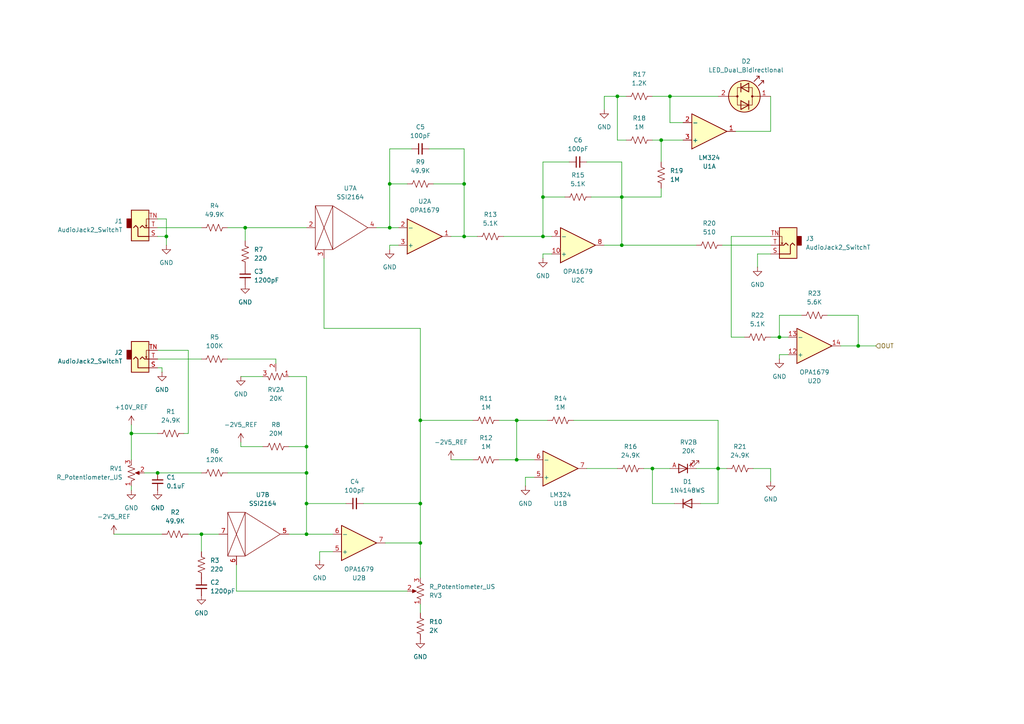
<source format=kicad_sch>
(kicad_sch (version 20231120) (generator "eeschema") (generator_version "8.0")
  (paper "A4")
  (lib_symbols
    (symbol "Amplifier_Operational:LM324" (pin_names (offset 0.127))
      (property "Reference" "U" (at 0 5.08 0))
      (property "Value" "LM324" (at 0 -5.08 0))
      (symbol "LM324_1_1"
        (polyline (pts (xy -5.08 5.08) (xy 5.08 0) (xy -5.08 -5.08) (xy -5.08 5.08)) (stroke (width 0.254)) (fill (type background)))
        (pin output line (at 7.62 0 180) (length 2.54) (name "~") (number "1"))
        (pin input line (at -7.62 -2.54 0) (length 2.54) (name "-") (number "2"))
        (pin input line (at -7.62 2.54 0) (length 2.54) (name "+") (number "3"))
      )
      (symbol "LM324_2_1"
        (polyline (pts (xy -5.08 5.08) (xy 5.08 0) (xy -5.08 -5.08) (xy -5.08 5.08)) (stroke (width 0.254)) (fill (type background)))
        (pin input line (at -7.62 2.54 0) (length 2.54) (name "+") (number "5"))
        (pin input line (at -7.62 -2.54 0) (length 2.54) (name "-") (number "6"))
        (pin output line (at 7.62 0 180) (length 2.54) (name "~") (number "7"))
      )
      (symbol "LM324_3_1"
        (polyline (pts (xy -5.08 5.08) (xy 5.08 0) (xy -5.08 -5.08) (xy -5.08 5.08)) (stroke (width 0.254)) (fill (type background)))
        (pin input line (at -7.62 2.54 0) (length 2.54) (name "+") (number "10"))
        (pin output line (at 7.62 0 180) (length 2.54) (name "~") (number "8"))
        (pin input line (at -7.62 -2.54 0) (length 2.54) (name "-") (number "9"))
      )
      (symbol "LM324_4_1"
        (polyline (pts (xy -5.08 5.08) (xy 5.08 0) (xy -5.08 -5.08) (xy -5.08 5.08)) (stroke (width 0.254)) (fill (type background)))
        (pin input line (at -7.62 2.54 0) (length 2.54) (name "+") (number "12"))
        (pin input line (at -7.62 -2.54 0) (length 2.54) (name "-") (number "13"))
        (pin output line (at 7.62 0 180) (length 2.54) (name "~") (number "14"))
      )
      (symbol "LM324_5_1"
        (pin power_in line (at -2.54 -7.62 90) (length 3.81) (name "V-") (number "11"))
        (pin power_in line (at -2.54 7.62 270) (length 3.81) (name "V+") (number "4"))
      )
    )
    (symbol "Amplifier_Operational:OPA1679" (pin_names (offset 0.127))
      (property "Reference" "U" (at 0 5.08 0))
      (property "Value" "OPA1679" (at 0 -5.08 0))
      (symbol "OPA1679_1_1"
        (polyline (pts (xy -5.08 5.08) (xy 5.08 0) (xy -5.08 -5.08) (xy -5.08 5.08)) (stroke (width 0.254)) (fill (type background)))
        (pin output line (at 7.62 0 180) (length 2.54) (name "~") (number "1"))
        (pin input line (at -7.62 -2.54 0) (length 2.54) (name "-") (number "2"))
        (pin input line (at -7.62 2.54 0) (length 2.54) (name "+") (number "3"))
      )
      (symbol "OPA1679_2_1"
        (polyline (pts (xy -5.08 5.08) (xy 5.08 0) (xy -5.08 -5.08) (xy -5.08 5.08)) (stroke (width 0.254)) (fill (type background)))
        (pin input line (at -7.62 2.54 0) (length 2.54) (name "+") (number "5"))
        (pin input line (at -7.62 -2.54 0) (length 2.54) (name "-") (number "6"))
        (pin output line (at 7.62 0 180) (length 2.54) (name "~") (number "7"))
      )
      (symbol "OPA1679_3_1"
        (polyline (pts (xy -5.08 5.08) (xy 5.08 0) (xy -5.08 -5.08) (xy -5.08 5.08)) (stroke (width 0.254)) (fill (type background)))
        (pin input line (at -7.62 2.54 0) (length 2.54) (name "+") (number "10"))
        (pin output line (at 7.62 0 180) (length 2.54) (name "~") (number "8"))
        (pin input line (at -7.62 -2.54 0) (length 2.54) (name "-") (number "9"))
      )
      (symbol "OPA1679_4_1"
        (polyline (pts (xy -5.08 5.08) (xy 5.08 0) (xy -5.08 -5.08) (xy -5.08 5.08)) (stroke (width 0.254)) (fill (type background)))
        (pin input line (at -7.62 2.54 0) (length 2.54) (name "+") (number "12"))
        (pin input line (at -7.62 -2.54 0) (length 2.54) (name "-") (number "13"))
        (pin output line (at 7.62 0 180) (length 2.54) (name "~") (number "14"))
      )
      (symbol "OPA1679_5_1"
        (pin power_in line (at -2.54 -7.62 90) (length 3.81) (name "V-") (number "11"))
        (pin power_in line (at -2.54 7.62 270) (length 3.81) (name "V+") (number "4"))
      )
    )
    (symbol "Connector_Audio:AudioJack2_SwitchT"
      (property "Reference" "J" (at 0 8.89 0))
      (property "Value" "AudioJack2_SwitchT" (at 0 6.35 0))
      (symbol "AudioJack2_SwitchT_0_1"
        (rectangle (start -2.54 0) (end -3.81 -2.54) (stroke (width 0.254)) (fill (type outline)))
        (polyline (pts (xy 1.778 -0.254) (xy 2.032 -0.762)))
        (polyline (pts (xy 0 0) (xy 0.635 -0.635) (xy 1.27 0) (xy 2.54 0)) (stroke (width 0.254)))
        (polyline (pts (xy 2.54 -2.54) (xy 1.778 -2.54) (xy 1.778 -0.254) (xy 1.524 -0.762)))
        (polyline (pts (xy 2.54 2.54) (xy -0.635 2.54) (xy -0.635 0) (xy -1.27 -0.635) (xy -1.905 0)) (stroke (width 0.254)))
        (rectangle (start 2.54 3.81) (end -2.54 -5.08) (stroke (width 0.254)) (fill (type background)))
      )
      (symbol "AudioJack2_SwitchT_1_1"
        (pin passive line (at 5.08 2.54 180) (length 2.54) (name "~") (number "S"))
        (pin passive line (at 5.08 0 180) (length 2.54) (name "~") (number "T"))
        (pin passive line (at 5.08 -2.54 180) (length 2.54) (name "~") (number "TN"))
      )
    )
    (symbol "Device:C_Small" (pin_numbers hide) (pin_names (offset 0.254) hide)
      (property "Reference" "C" (at 0.254 1.778 0))
      (property "Value" "C_Small" (at 0.254 -2.032 0))
      (symbol "C_Small_0_1"
        (polyline (pts (xy -1.524 -0.508) (xy 1.524 -0.508)) (stroke (width 0.3302)))
        (polyline (pts (xy -1.524 0.508) (xy 1.524 0.508)) (stroke (width 0.3048)))
      )
      (symbol "C_Small_1_1"
        (pin passive line (at 0 2.54 270) (length 2.032) (name "~") (number "1"))
        (pin passive line (at 0 -2.54 90) (length 2.032) (name "~") (number "2"))
      )
    )
    (symbol "Device:LED_Dual_Bidirectional" (pin_names (offset 0) hide)
      (property "Reference" "D" (at 0 5.715 0))
      (property "Value" "LED_Dual_Bidirectional" (at 0 -6.35 0))
      (symbol "LED_Dual_Bidirectional_0_1"
        (circle (center -2.032 0) (radius 0.254) (fill (type outline)))
        (polyline (pts (xy -4.572 0) (xy -2.54 0)))
        (polyline (pts (xy -2.032 0) (xy -2.54 0)))
        (polyline (pts (xy -1.016 3.81) (xy -1.016 1.27)) (stroke (width 0.254)))
        (polyline (pts (xy 1.27 -1.27) (xy 1.27 -3.81)) (stroke (width 0.254)))
        (polyline (pts (xy 4.064 0) (xy 2.286 0)) (fill (type outline)))
        (polyline (pts (xy 4.318 5.842) (xy 4.318 5.08)) (stroke (width 0.2032)))
        (polyline (pts (xy 5.588 4.572) (xy 5.588 3.81)) (stroke (width 0.2032)))
        (polyline (pts (xy 2.794 4.318) (xy 4.318 5.842) (xy 3.556 5.842)) (stroke (width 0.2032)))
        (polyline (pts (xy 4.064 3.048) (xy 5.588 4.572) (xy 4.826 4.572)) (stroke (width 0.2032)))
        (polyline (pts (xy -1.016 -1.27) (xy -1.016 -3.81) (xy 1.27 -2.54) (xy -1.016 -1.27)) (stroke (width 0.254)))
        (polyline (pts (xy 1.27 3.81) (xy 1.27 1.27) (xy -1.016 2.54) (xy 1.27 3.81)) (stroke (width 0.254)))
        (polyline (pts (xy 2.286 2.54) (xy -2.032 2.54) (xy -2.032 -2.54) (xy 2.286 -2.54) (xy 2.286 2.54)))
        (circle (center 0 0) (radius 4.572) (stroke (width 0.254)) (fill (type background)))
        (circle (center 2.286 0) (radius 0.254) (fill (type outline)))
      )
      (symbol "LED_Dual_Bidirectional_1_1"
        (pin input line (at 7.62 0 180) (length 3.81) (name "KA") (number "1"))
        (pin input line (at -7.62 0 0) (length 3.048) (name "AK") (number "2"))
      )
    )
    (symbol "Device:R_Potentiometer_US" (pin_names (offset 1.016) hide)
      (property "Reference" "RV" (at -4.445 0 90))
      (property "Value" "R_Potentiometer_US" (at -2.54 0 90))
      (symbol "R_Potentiometer_US_0_1"
        (polyline (pts (xy 0 -2.286) (xy 0 -2.54)))
        (polyline (pts (xy 0 2.54) (xy 0 2.286)))
        (polyline (pts (xy 2.54 0) (xy 1.524 0)))
        (polyline (pts (xy 1.143 0) (xy 2.286 0.508) (xy 2.286 -0.508) (xy 1.143 0)) (fill (type outline)))
        (polyline (pts (xy 0 -0.762) (xy 1.016 -1.143) (xy 0 -1.524) (xy -1.016 -1.905) (xy 0 -2.286)))
        (polyline (pts (xy 0 0.762) (xy 1.016 0.381) (xy 0 0) (xy -1.016 -0.381) (xy 0 -0.762)))
        (polyline (pts (xy 0 2.286) (xy 1.016 1.905) (xy 0 1.524) (xy -1.016 1.143) (xy 0 0.762)))
      )
      (symbol "R_Potentiometer_US_1_1"
        (pin passive line (at 0 3.81 270) (length 1.27) (name "1") (number "1"))
        (pin passive line (at 3.81 0 180) (length 1.27) (name "2") (number "2"))
        (pin passive line (at 0 -3.81 90) (length 1.27) (name "3") (number "3"))
      )
    )
    (symbol "Device:R_US" (pin_numbers hide) (pin_names (offset 0))
      (property "Reference" "R" (at 2.54 0 90))
      (property "Value" "R_US" (at -2.54 0 90))
      (symbol "R_US_0_1"
        (polyline (pts (xy 0 -2.286) (xy 0 -2.54)))
        (polyline (pts (xy 0 2.286) (xy 0 2.54)))
        (polyline (pts (xy 0 -0.762) (xy 1.016 -1.143) (xy 0 -1.524) (xy -1.016 -1.905) (xy 0 -2.286)))
        (polyline (pts (xy 0 0.762) (xy 1.016 0.381) (xy 0 0) (xy -1.016 -0.381) (xy 0 -0.762)))
        (polyline (pts (xy 0 2.286) (xy 1.016 1.905) (xy 0 1.524) (xy -1.016 1.143) (xy 0 0.762)))
      )
      (symbol "R_US_1_1"
        (pin passive line (at 0 3.81 270) (length 1.27) (name "~") (number "1"))
        (pin passive line (at 0 -3.81 90) (length 1.27) (name "~") (number "2"))
      )
    )
    (symbol "Diode:1N4148WS" (pin_numbers hide) (pin_names hide)
      (property "Reference" "D" (at 0 2.54 0))
      (property "Value" "1N4148WS" (at 0 -2.54 0))
      (symbol "1N4148WS_0_1"
        (polyline (pts (xy -1.27 1.27) (xy -1.27 -1.27)) (stroke (width 0.254)))
        (polyline (pts (xy 1.27 0) (xy -1.27 0)))
        (polyline (pts (xy 1.27 1.27) (xy 1.27 -1.27) (xy -1.27 0) (xy 1.27 1.27)) (stroke (width 0.254)))
      )
      (symbol "1N4148WS_1_1"
        (pin passive line (at -3.81 0 0) (length 2.54) (name "K") (number "1"))
        (pin passive line (at 3.81 0 180) (length 2.54) (name "A") (number "2"))
      )
    )
    (symbol "PS30L-R01BR20KN_1" (pin_names (offset 0) hide)
      (property "Reference" "RV" (at 0.254 -3.81 0))
      (property "Value" "20K" (at 0.508 -5.588 0))
      (symbol "PS30L-R01BR20KN_1_1_1"
        (polyline (pts (xy 0 -6.096) (xy 0 -6.35)))
        (polyline (pts (xy 0 -1.27) (xy 0 -1.524)))
        (polyline (pts (xy 2.54 -3.81) (xy 1.524 -3.81)))
        (polyline (pts (xy 0 -4.572) (xy 1.016 -4.953) (xy 0 -5.334) (xy -1.016 -5.715) (xy 0 -6.096)))
        (polyline (pts (xy 0 -3.048) (xy 1.016 -3.429) (xy 0 -3.81) (xy -1.016 -4.191) (xy 0 -4.572)))
        (polyline (pts (xy 0 -1.524) (xy 1.016 -1.905) (xy 0 -2.286) (xy -1.016 -2.667) (xy 0 -3.048)))
        (pin passive line (at 0 0 270) (length 1.27) (name "1") (number "1"))
        (pin passive line (at 3.81 -3.81 180) (length 1.27) (name "2") (number "2"))
        (pin passive line (at 0 -7.62 90) (length 1.27) (name "3") (number "3"))
      )
      (symbol "PS30L-R01BR20KN_1_2_1"
        (polyline (pts (xy 0 -1.27) (xy 0 1.27)) (stroke (width 0.254)))
        (polyline (pts (xy 0 0) (xy 2.54 0)))
        (polyline (pts (xy 2.54 -1.27) (xy 2.54 1.27) (xy 0 0) (xy 2.54 -1.27)) (stroke (width 0.254)))
        (polyline (pts (xy -1.778 -0.762) (xy -3.302 -2.286) (xy -2.54 -2.286) (xy -3.302 -2.286) (xy -3.302 -1.524)))
        (polyline (pts (xy -0.508 -0.762) (xy -2.032 -2.286) (xy -1.27 -2.286) (xy -2.032 -2.286) (xy -2.032 -1.524)))
        (pin passive line (at 5.08 0 180) (length 2.54) (name "A") (number "A"))
        (pin passive line (at -2.54 0 0) (length 2.54) (name "K") (number "K"))
      )
    )
    (symbol "SSI2164_1" (pin_names (offset 0) hide)
      (property "Reference" "U" (at 1.016 1.27 0))
      (property "Value" "SSI2164" (at 0 0 0))
      (symbol "SSI2164_1_1_1"
        (polyline (pts (xy 0 0) (xy 0 -12.7) (xy 5.08 -12.7) (xy 5.08 0) (xy 0 0) (xy 5.08 0) (xy 15.24 -6.35) (xy 5.08 -12.7) (xy 0 0) (xy 5.08 0) (xy 0 -12.7)))
        (pin input line (at -2.54 -6.35 0) (length 2.54) (name "INA") (number "2"))
        (pin input line (at 2.54 -15.24 90) (length 2.54) (name "CVA") (number "3"))
        (pin output line (at 17.78 -6.35 180) (length 2.54) (name "OUTA") (number "4"))
      )
      (symbol "SSI2164_1_1_2"
        (pin input line (at -2.54 -7.62 0) (length 2.54) (name "INA") (number "2"))
        (pin input line (at 3.81 -17.78 90) (length 2.54) (name "CVA") (number "3"))
        (pin output line (at 22.86 -7.62 180) (length 2.54) (name "OUTA") (number "4"))
      )
      (symbol "SSI2164_1_2_1"
        (polyline (pts (xy 0 0) (xy 0 -12.7) (xy 5.08 -12.7) (xy 5.08 0) (xy 0 0) (xy 5.08 0) (xy 15.24 -6.35) (xy 5.08 -12.7) (xy 0 0) (xy 5.08 0) (xy 0 -12.7)))
        (pin output line (at 17.78 -6.35 180) (length 2.54) (name "OUTB") (number "5"))
        (pin input line (at 2.54 -15.24 90) (length 2.54) (name "CVB") (number "6"))
        (pin input line (at -2.54 -6.35 0) (length 2.54) (name "INB") (number "7"))
      )
      (symbol "SSI2164_1_2_2"
        (pin output line (at 22.86 -7.62 180) (length 2.54) (name "OUTB") (number "5"))
        (pin input line (at 3.81 -17.78 90) (length 2.54) (name "CVB") (number "6"))
        (pin input line (at -2.54 -7.62 0) (length 2.54) (name "INB") (number "7"))
      )
      (symbol "SSI2164_1_3_1"
        (polyline (pts (xy 0 0) (xy 0 -12.7) (xy 5.08 -12.7) (xy 5.08 0) (xy 0 0) (xy 5.08 0) (xy 15.24 -6.35) (xy 5.08 -12.7) (xy 0 0) (xy 5.08 0) (xy 0 -12.7)))
        (pin input line (at -2.54 -6.35 0) (length 2.54) (name "INC") (number "10"))
        (pin input line (at 2.54 -15.24 90) (length 2.54) (name "CVC") (number "11"))
        (pin output line (at 17.78 -6.35 180) (length 2.54) (name "OUTC") (number "12"))
      )
      (symbol "SSI2164_1_3_2"
        (pin input line (at -2.54 -7.62 0) (length 2.54) (name "INC") (number "10"))
        (pin input line (at 3.81 -17.78 90) (length 2.54) (name "CVC") (number "11"))
        (pin output line (at 22.86 -7.62 180) (length 2.54) (name "OUTC") (number "12"))
      )
      (symbol "SSI2164_1_4_1"
        (polyline (pts (xy 0 0) (xy 0 -12.7) (xy 5.08 -12.7) (xy 5.08 0) (xy 0 0) (xy 5.08 0) (xy 15.24 -6.35) (xy 5.08 -12.7) (xy 0 0) (xy 5.08 0) (xy 0 -12.7)))
        (pin output line (at 17.78 -6.35 180) (length 2.54) (name "OUTD") (number "13"))
        (pin input line (at 2.54 -15.24 90) (length 2.54) (name "CVD") (number "14"))
        (pin input line (at -2.54 -6.35 0) (length 2.54) (name "IND") (number "15"))
      )
      (symbol "SSI2164_1_4_2"
        (pin output line (at 22.86 -7.62 180) (length 2.54) (name "OUTD") (number "13"))
        (pin input line (at 3.81 -17.78 90) (length 2.54) (name "CVD") (number "14"))
        (pin input line (at -2.54 -7.62 0) (length 2.54) (name "IND") (number "15"))
      )
      (symbol "SSI2164_1_5_1"
        (rectangle (start 0 0) (end 7.62 -12.7))
        (text "GND\n" (at 4.826 -8.89 0) (effects (font (size 1.27 1.27))))
        (text "MODE\n" (at 4.318 -3.81 0) (effects (font (size 1.27 1.27))))
        (text "V+" (at 3.81 -1.524 0) (effects (font (size 1.27 1.27))))
        (text "V-\n" (at 3.81 -11.684 0) (effects (font (size 1.27 1.27))))
        (pin input line (at 10.16 -3.81 180) (length 2.54) (name "MODE") (number "1"))
        (pin power_in line (at 3.81 2.54 270) (length 2.54) (name "V+") (number "16"))
        (pin power_in line (at 10.16 -8.89 180) (length 2.54) (name "GND") (number "8"))
        (pin power_in line (at 3.81 -15.24 90) (length 2.54) (name "V-") (number "9"))
      )
      (symbol "SSI2164_1_5_2"
        (pin input line (at 10.16 -3.81 180) (length 2.54) (name "MODE") (number "1"))
        (pin power_in line (at 3.81 2.54 270) (length 2.54) (name "V+") (number "16"))
        (pin power_in line (at 10.16 -8.89 180) (length 2.54) (name "GND") (number "8"))
        (pin power_in line (at 3.81 -15.24 90) (length 2.54) (name "V-") (number "9"))
      )
    )
    (symbol "Synthesizer:SSI2164" (pin_names (offset 0) hide)
      (property "Reference" "U" (at 1.016 1.27 0))
      (property "Value" "SSI2164" (at 0 0 0))
      (symbol "SSI2164_1_1"
        (polyline (pts (xy 0 0) (xy 0 -12.7) (xy 5.08 -12.7) (xy 5.08 0) (xy 0 0) (xy 5.08 0) (xy 15.24 -6.35) (xy 5.08 -12.7) (xy 0 0) (xy 5.08 0) (xy 0 -12.7)))
        (pin input line (at -2.54 -6.35 0) (length 2.54) (name "INA") (number "2"))
        (pin input line (at 2.54 -15.24 90) (length 2.54) (name "CVA") (number "3"))
        (pin output line (at 17.78 -6.35 180) (length 2.54) (name "OUTA") (number "4"))
      )
      (symbol "SSI2164_1_2"
        (pin input line (at -2.54 -7.62 0) (length 2.54) (name "INA") (number "2"))
        (pin input line (at 3.81 -17.78 90) (length 2.54) (name "CVA") (number "3"))
        (pin output line (at 22.86 -7.62 180) (length 2.54) (name "OUTA") (number "4"))
      )
      (symbol "SSI2164_2_1"
        (polyline (pts (xy 0 0) (xy 0 -12.7) (xy 5.08 -12.7) (xy 5.08 0) (xy 0 0) (xy 5.08 0) (xy 15.24 -6.35) (xy 5.08 -12.7) (xy 0 0) (xy 5.08 0) (xy 0 -12.7)))
        (pin output line (at 17.78 -6.35 180) (length 2.54) (name "OUTB") (number "5"))
        (pin input line (at 2.54 -15.24 90) (length 2.54) (name "CVB") (number "6"))
        (pin input line (at -2.54 -6.35 0) (length 2.54) (name "INB") (number "7"))
      )
      (symbol "SSI2164_2_2"
        (pin output line (at 22.86 -7.62 180) (length 2.54) (name "OUTB") (number "5"))
        (pin input line (at 3.81 -17.78 90) (length 2.54) (name "CVB") (number "6"))
        (pin input line (at -2.54 -7.62 0) (length 2.54) (name "INB") (number "7"))
      )
      (symbol "SSI2164_3_1"
        (polyline (pts (xy 0 0) (xy 0 -12.7) (xy 5.08 -12.7) (xy 5.08 0) (xy 0 0) (xy 5.08 0) (xy 15.24 -6.35) (xy 5.08 -12.7) (xy 0 0) (xy 5.08 0) (xy 0 -12.7)))
        (pin input line (at -2.54 -6.35 0) (length 2.54) (name "INC") (number "10"))
        (pin input line (at 2.54 -15.24 90) (length 2.54) (name "CVC") (number "11"))
        (pin output line (at 17.78 -6.35 180) (length 2.54) (name "OUTC") (number "12"))
      )
      (symbol "SSI2164_3_2"
        (pin input line (at -2.54 -7.62 0) (length 2.54) (name "INC") (number "10"))
        (pin input line (at 3.81 -17.78 90) (length 2.54) (name "CVC") (number "11"))
        (pin output line (at 22.86 -7.62 180) (length 2.54) (name "OUTC") (number "12"))
      )
      (symbol "SSI2164_4_1"
        (polyline (pts (xy 0 0) (xy 0 -12.7) (xy 5.08 -12.7) (xy 5.08 0) (xy 0 0) (xy 5.08 0) (xy 15.24 -6.35) (xy 5.08 -12.7) (xy 0 0) (xy 5.08 0) (xy 0 -12.7)))
        (pin output line (at 17.78 -6.35 180) (length 2.54) (name "OUTD") (number "13"))
        (pin input line (at 2.54 -15.24 90) (length 2.54) (name "CVD") (number "14"))
        (pin input line (at -2.54 -6.35 0) (length 2.54) (name "IND") (number "15"))
      )
      (symbol "SSI2164_4_2"
        (pin output line (at 22.86 -7.62 180) (length 2.54) (name "OUTD") (number "13"))
        (pin input line (at 3.81 -17.78 90) (length 2.54) (name "CVD") (number "14"))
        (pin input line (at -2.54 -7.62 0) (length 2.54) (name "IND") (number "15"))
      )
      (symbol "SSI2164_5_1"
        (rectangle (start 0 0) (end 7.62 -12.7))
        (text "GND\n" (at 4.826 -8.89 0) (effects (font (size 1.27 1.27))))
        (text "MODE\n" (at 4.318 -3.81 0) (effects (font (size 1.27 1.27))))
        (text "V+" (at 3.81 -1.524 0) (effects (font (size 1.27 1.27))))
        (text "V-\n" (at 3.81 -11.684 0) (effects (font (size 1.27 1.27))))
        (pin input line (at 10.16 -3.81 180) (length 2.54) (name "MODE") (number "1"))
        (pin power_in line (at 3.81 2.54 270) (length 2.54) (name "V+") (number "16"))
        (pin power_in line (at 10.16 -8.89 180) (length 2.54) (name "GND") (number "8"))
        (pin power_in line (at 3.81 -15.24 90) (length 2.54) (name "V-") (number "9"))
      )
      (symbol "SSI2164_5_2"
        (pin input line (at 10.16 -3.81 180) (length 2.54) (name "MODE") (number "1"))
        (pin power_in line (at 3.81 2.54 270) (length 2.54) (name "V+") (number "16"))
        (pin power_in line (at 10.16 -8.89 180) (length 2.54) (name "GND") (number "8"))
        (pin power_in line (at 3.81 -15.24 90) (length 2.54) (name "V-") (number "9"))
      )
    )
    (symbol "power:+10V" (power) (pin_numbers hide) (pin_names (offset 0) hide)
      (property "Value" "+10V" (at 0 3.556 0))
      (symbol "+10V_0_1"
        (polyline (pts (xy -0.762 1.27) (xy 0 2.54)))
        (polyline (pts (xy 0 0) (xy 0 2.54)))
        (polyline (pts (xy 0 2.54) (xy 0.762 1.27)))
      )
      (symbol "+10V_1_1"
        (pin power_in line (at 0 0 90) (length 0) (name "~") (number "1"))
      )
    )
    (symbol "power:+2V5" (power) (pin_numbers hide) (pin_names (offset 0) hide)
      (property "Value" "+2V5" (at 0 3.556 0))
      (symbol "+2V5_0_1"
        (polyline (pts (xy -0.762 1.27) (xy 0 2.54)))
        (polyline (pts (xy 0 0) (xy 0 2.54)))
        (polyline (pts (xy 0 2.54) (xy 0.762 1.27)))
      )
      (symbol "+2V5_1_1"
        (pin power_in line (at 0 0 90) (length 0) (name "~") (number "1"))
      )
    )
    (symbol "power:GND" (power) (pin_numbers hide) (pin_names (offset 0) hide)
      (property "Value" "GND" (at 0 -3.81 0))
      (symbol "GND_0_1"
        (polyline (pts (xy 0 0) (xy 0 -1.27) (xy 1.27 -1.27) (xy 0 -2.54) (xy -1.27 -1.27) (xy 0 -1.27)))
      )
      (symbol "GND_1_1"
        (pin power_in line (at 0 0 270) (length 0) (name "~") (number "1"))
      )
    )
  )
  (junction (at 208.28 135.89))
  (junction (at 113.03 53.34))
  (junction (at 149.86 121.92))
  (junction (at 134.62 53.34))
  (junction (at 149.86 133.35))
  (junction (at 180.34 71.12))
  (junction (at 121.92 146.05))
  (junction (at 121.92 157.48))
  (junction (at 180.34 57.15))
  (junction (at 179.07 27.94))
  (junction (at 191.77 40.64))
  (junction (at 248.92 100.33))
  (junction (at 194.31 27.94))
  (junction (at 71.12 66.04))
  (junction (at 88.9 146.05))
  (junction (at 88.9 137.16))
  (junction (at 88.9 129.54))
  (junction (at 157.48 68.58))
  (junction (at 58.42 154.94))
  (junction (at 134.62 68.58))
  (junction (at 113.03 66.04))
  (junction (at 45.72 137.16))
  (junction (at 189.23 135.89))
  (junction (at 121.92 121.92))
  (junction (at 88.9 154.94))
  (junction (at 226.06 97.79))
  (junction (at 38.1 125.73))
  (junction (at 157.48 57.15))
  (junction (at 48.26 68.58))
  (wire (pts (xy 66.04 137.16) (xy 88.9 137.16)))
  (wire (pts (xy 171.45 57.15) (xy 180.34 57.15)))
  (wire (pts (xy 189.23 27.94) (xy 194.31 27.94)))
  (wire (pts (xy 134.62 68.58) (xy 130.81 68.58)))
  (wire (pts (xy 88.9 129.54) (xy 88.9 137.16)))
  (wire (pts (xy 218.44 135.89) (xy 223.52 135.89)))
  (wire (pts (xy 175.26 31.75) (xy 175.26 27.94)))
  (wire (pts (xy 68.58 171.45) (xy 68.58 163.83)))
  (wire (pts (xy 38.1 140.97) (xy 38.1 142.24)))
  (wire (pts (xy 121.92 167.64) (xy 121.92 157.48)))
  (wire (pts (xy 45.72 137.16) (xy 58.42 137.16)))
  (wire (pts (xy 189.23 40.64) (xy 191.77 40.64)))
  (wire (pts (xy 208.28 121.92) (xy 208.28 135.89)))
  (wire (pts (xy 88.9 146.05) (xy 88.9 154.94)))
  (wire (pts (xy 144.78 133.35) (xy 149.86 133.35)))
  (wire (pts (xy 111.76 157.48) (xy 121.92 157.48)))
  (wire (pts (xy 248.92 100.33) (xy 243.84 100.33)))
  (wire (pts (xy 88.9 109.22) (xy 88.9 129.54)))
  (wire (pts (xy 191.77 40.64) (xy 198.12 40.64)))
  (wire (pts (xy 212.09 97.79) (xy 212.09 68.58)))
  (wire (pts (xy 105.41 146.05) (xy 121.92 146.05)))
  (wire (pts (xy 194.31 35.56) (xy 198.12 35.56)))
  (wire (pts (xy 201.93 135.89) (xy 208.28 135.89)))
  (wire (pts (xy 137.16 121.92) (xy 121.92 121.92)))
  (wire (pts (xy 45.72 106.68) (xy 46.99 106.68)))
  (wire (pts (xy 88.9 154.94) (xy 96.52 154.94)))
  (wire (pts (xy 146.05 68.58) (xy 157.48 68.58)))
  (wire (pts (xy 119.38 43.18) (xy 113.03 43.18)))
  (wire (pts (xy 226.06 91.44) (xy 226.06 97.79)))
  (wire (pts (xy 58.42 154.94) (xy 63.5 154.94)))
  (wire (pts (xy 71.12 69.85) (xy 71.12 66.04)))
  (wire (pts (xy 179.07 27.94) (xy 179.07 40.64)))
  (wire (pts (xy 92.71 160.02) (xy 92.71 162.56)))
  (wire (pts (xy 71.12 66.04) (xy 66.04 66.04)))
  (wire (pts (xy 223.52 97.79) (xy 226.06 97.79)))
  (wire (pts (xy 33.02 154.94) (xy 46.99 154.94)))
  (wire (pts (xy 54.61 154.94) (xy 58.42 154.94)))
  (wire (pts (xy 186.69 135.89) (xy 189.23 135.89)))
  (wire (pts (xy 208.28 146.05) (xy 208.28 135.89)))
  (wire (pts (xy 69.85 129.54) (xy 69.85 128.27)))
  (wire (pts (xy 219.71 73.66) (xy 219.71 77.47)))
  (wire (pts (xy 41.91 137.16) (xy 45.72 137.16)))
  (wire (pts (xy 203.2 146.05) (xy 208.28 146.05)))
  (wire (pts (xy 165.1 46.99) (xy 157.48 46.99)))
  (wire (pts (xy 121.92 175.26) (xy 121.92 177.8)))
  (wire (pts (xy 160.02 73.66) (xy 157.48 73.66)))
  (wire (pts (xy 180.34 71.12) (xy 201.93 71.12)))
  (wire (pts (xy 248.92 91.44) (xy 248.92 100.33)))
  (wire (pts (xy 53.34 125.73) (xy 54.61 125.73)))
  (wire (pts (xy 96.52 160.02) (xy 92.71 160.02)))
  (wire (pts (xy 166.37 121.92) (xy 208.28 121.92)))
  (wire (pts (xy 109.22 66.04) (xy 113.03 66.04)))
  (wire (pts (xy 212.09 68.58) (xy 223.52 68.58)))
  (wire (pts (xy 170.18 46.99) (xy 180.34 46.99)))
  (wire (pts (xy 240.03 91.44) (xy 248.92 91.44)))
  (wire (pts (xy 191.77 57.15) (xy 180.34 57.15)))
  (wire (pts (xy 45.72 104.14) (xy 58.42 104.14)))
  (wire (pts (xy 93.98 74.93) (xy 93.98 95.25)))
  (wire (pts (xy 45.72 66.04) (xy 58.42 66.04)))
  (wire (pts (xy 134.62 43.18) (xy 134.62 53.34)))
  (wire (pts (xy 149.86 121.92) (xy 149.86 133.35)))
  (wire (pts (xy 80.01 104.14) (xy 80.01 105.41)))
  (wire (pts (xy 113.03 43.18) (xy 113.03 53.34)))
  (wire (pts (xy 76.2 129.54) (xy 69.85 129.54)))
  (wire (pts (xy 113.03 53.34) (xy 113.03 66.04)))
  (wire (pts (xy 54.61 101.6) (xy 45.72 101.6)))
  (wire (pts (xy 71.12 66.04) (xy 88.9 66.04)))
  (wire (pts (xy 208.28 27.94) (xy 194.31 27.94)))
  (wire (pts (xy 69.85 109.22) (xy 76.2 109.22)))
  (wire (pts (xy 54.61 125.73) (xy 54.61 101.6)))
  (wire (pts (xy 83.82 129.54) (xy 88.9 129.54)))
  (wire (pts (xy 232.41 91.44) (xy 226.06 91.44)))
  (wire (pts (xy 83.82 109.22) (xy 88.9 109.22)))
  (wire (pts (xy 157.48 46.99) (xy 157.48 57.15)))
  (wire (pts (xy 66.04 104.14) (xy 80.01 104.14)))
  (wire (pts (xy 88.9 146.05) (xy 100.33 146.05)))
  (wire (pts (xy 223.52 38.1) (xy 223.52 27.94)))
  (wire (pts (xy 194.31 27.94) (xy 194.31 35.56)))
  (wire (pts (xy 191.77 54.61) (xy 191.77 57.15)))
  (wire (pts (xy 88.9 154.94) (xy 83.82 154.94)))
  (wire (pts (xy 118.11 171.45) (xy 68.58 171.45)))
  (wire (pts (xy 213.36 38.1) (xy 223.52 38.1)))
  (wire (pts (xy 228.6 102.87) (xy 226.06 102.87)))
  (wire (pts (xy 115.57 71.12) (xy 113.03 71.12)))
  (wire (pts (xy 88.9 137.16) (xy 88.9 146.05)))
  (wire (pts (xy 157.48 73.66) (xy 157.48 74.93)))
  (wire (pts (xy 38.1 123.19) (xy 38.1 125.73)))
  (wire (pts (xy 58.42 154.94) (xy 58.42 160.02)))
  (wire (pts (xy 163.83 57.15) (xy 157.48 57.15)))
  (wire (pts (xy 180.34 71.12) (xy 175.26 71.12)))
  (wire (pts (xy 93.98 95.25) (xy 121.92 95.25)))
  (wire (pts (xy 152.4 138.43) (xy 152.4 140.97)))
  (wire (pts (xy 223.52 135.89) (xy 223.52 139.7)))
  (wire (pts (xy 157.48 68.58) (xy 160.02 68.58)))
  (wire (pts (xy 191.77 40.64) (xy 191.77 46.99)))
  (wire (pts (xy 254 100.33) (xy 248.92 100.33)))
  (wire (pts (xy 144.78 121.92) (xy 149.86 121.92)))
  (wire (pts (xy 48.26 71.12) (xy 48.26 68.58)))
  (wire (pts (xy 181.61 27.94) (xy 179.07 27.94)))
  (wire (pts (xy 226.06 102.87) (xy 226.06 104.14)))
  (wire (pts (xy 118.11 53.34) (xy 113.03 53.34)))
  (wire (pts (xy 113.03 71.12) (xy 113.03 72.39)))
  (wire (pts (xy 48.26 63.5) (xy 48.26 68.58)))
  (wire (pts (xy 209.55 71.12) (xy 223.52 71.12)))
  (wire (pts (xy 223.52 73.66) (xy 219.71 73.66)))
  (wire (pts (xy 45.72 63.5) (xy 48.26 63.5)))
  (wire (pts (xy 175.26 27.94) (xy 179.07 27.94)))
  (wire (pts (xy 226.06 97.79) (xy 228.6 97.79)))
  (wire (pts (xy 38.1 125.73) (xy 45.72 125.73)))
  (wire (pts (xy 134.62 53.34) (xy 134.62 68.58)))
  (wire (pts (xy 170.18 135.89) (xy 179.07 135.89)))
  (wire (pts (xy 121.92 121.92) (xy 121.92 146.05)))
  (wire (pts (xy 46.99 106.68) (xy 46.99 107.95)))
  (wire (pts (xy 157.48 57.15) (xy 157.48 68.58)))
  (wire (pts (xy 189.23 146.05) (xy 189.23 135.89)))
  (wire (pts (xy 125.73 53.34) (xy 134.62 53.34)))
  (wire (pts (xy 130.81 133.35) (xy 137.16 133.35)))
  (wire (pts (xy 149.86 133.35) (xy 154.94 133.35)))
  (wire (pts (xy 149.86 121.92) (xy 158.75 121.92)))
  (wire (pts (xy 121.92 146.05) (xy 121.92 157.48)))
  (wire (pts (xy 113.03 66.04) (xy 115.57 66.04)))
  (wire (pts (xy 180.34 57.15) (xy 180.34 71.12)))
  (wire (pts (xy 189.23 135.89) (xy 194.31 135.89)))
  (wire (pts (xy 121.92 95.25) (xy 121.92 121.92)))
  (wire (pts (xy 38.1 125.73) (xy 38.1 133.35)))
  (wire (pts (xy 124.46 43.18) (xy 134.62 43.18)))
  (wire (pts (xy 134.62 68.58) (xy 138.43 68.58)))
  (wire (pts (xy 179.07 40.64) (xy 181.61 40.64)))
  (wire (pts (xy 154.94 138.43) (xy 152.4 138.43)))
  (wire (pts (xy 48.26 68.58) (xy 45.72 68.58)))
  (wire (pts (xy 180.34 46.99) (xy 180.34 57.15)))
  (wire (pts (xy 208.28 135.89) (xy 210.82 135.89)))
  (wire (pts (xy 215.9 97.79) (xy 212.09 97.79)))
  (wire (pts (xy 195.58 146.05) (xy 189.23 146.05)))
  (hierarchical_label "OUT" (shape input) (at 254 100.33 0))
  (symbol (lib_name "SSI2164_1") (lib_id "Synthesizer:SSI2164") (at 91.44 59.69 0) (unit 1)
    (property "Reference" "U7" (at 101.6 54.61 0))
    (property "Value" "SSI2164" (at 101.6 57.15 0))
    (property "Footprint" "Package_SO:SOIC-16_3.9x9.9mm_P1.27mm" (effects (hide yes)))
  )
  (symbol (lib_id "Device:R_US") (at 62.23 104.14 90) (unit 1)
    (property "Reference" "R5" (at 62.23 97.79 90))
    (property "Value" "100K" (at 62.23 100.33 90))
    (property "Footprint" "Resistor_SMD:R_0603_1608Metric" (effects (hide yes)))
    (property "Description" "Resistor, US symbol" (effects (hide yes)))
  )
  (symbol (lib_id "Connector_Audio:AudioJack2_SwitchT") (at 40.64 104.14 0) (mirror x) (unit 1)
    (property "Reference" "J2" (at 35.56 102.2349 0) (effects (justify right)))
    (property "Value" "AudioJack2_SwitchT" (at 35.56 104.7749 0) (effects (justify right)))
    (property "Footprint" "Connector_Audio:Jack_3.5mm_QingPu_WQP-PJ398SM_Vertical_CircularHoles" (effects (hide yes)))
    (property "Description" "Audio Jack, 2 Poles (Mono / TS), Switched T Pole (Normalling)" (effects (hide yes)))
  )
  (symbol (lib_id "Device:R_US") (at 71.12 73.66 180) (unit 1)
    (property "Reference" "R7" (at 73.66 72.3899 0) (effects (justify right)))
    (property "Value" "220" (at 73.66 74.9299 0) (effects (justify right)))
    (property "Footprint" "Resistor_SMD:R_0603_1608Metric" (effects (hide yes)))
    (property "Description" "Resistor, US symbol" (effects (hide yes)))
  )
  (symbol (lib_name "PS30L-R01BR20KN_1") (lib_id "Synthesizer:PS30L-R01BR20KN") (at 199.39 135.89 180) (unit 2)
    (property "Reference" "RV2" (at 199.7075 128.27 0))
    (property "Value" "20K" (at 199.7075 130.81 0))
    (property "Footprint" "Synthesizer:PTL20-15G1-203B2" (effects (hide yes)))
  )
  (symbol (lib_id "Device:C_Small") (at 58.42 170.18 0) (unit 1)
    (property "Reference" "C2" (at 60.96 168.9162 0) (effects (justify left)))
    (property "Value" "1200pF" (at 60.96 171.4562 0) (effects (justify left)))
    (property "Footprint" "Capacitor_SMD:C_0603_1608Metric" (effects (hide yes)))
    (property "Description" "Unpolarized capacitor, small symbol" (effects (hide yes)))
  )
  (symbol (lib_id "power:GND") (at 113.03 72.39 0) (unit 1)
    (property "Reference" "#PWR012" (effects (hide yes)))
    (property "Value" "GND" (at 113.03 77.47 0))
    (property "Description" "Power symbol creates a global label with name \"GND\" , ground" (effects (hide yes)))
  )
  (symbol (lib_id "Amplifier_Operational:OPA1679") (at 167.64 71.12 0) (mirror x) (unit 3)
    (property "Reference" "U2" (at 167.64 81.28 0))
    (property "Value" "OPA1679" (at 167.64 78.74 0))
    (property "Footprint" "Package_SO:TSSOP-14_4.4x5mm_P0.65mm" (effects (hide yes)))
    (property "Datasheet" "http://www.ti.com/lit/ds/symlink/opa1678.pdf" (effects (hide yes)))
    (property "Description" "Low-Distortion Audio Operational Amplifiers, SOIC-14/TSSOP-14" (effects (hide yes)))
  )
  (symbol (lib_id "power:GND") (at 223.52 139.7 0) (unit 1)
    (property "Reference" "#PWR019" (effects (hide yes)))
    (property "Value" "GND" (at 223.52 144.78 0))
    (property "Description" "Power symbol creates a global label with name \"GND\" , ground" (effects (hide yes)))
  )
  (symbol (lib_id "Device:R_US") (at 185.42 27.94 90) (unit 1)
    (property "Reference" "R17" (at 185.42 21.59 90))
    (property "Value" "1.2K" (at 185.42 24.13 90))
    (property "Footprint" "Resistor_SMD:R_0603_1608Metric" (effects (hide yes)))
    (property "Description" "Resistor, US symbol" (effects (hide yes)))
  )
  (symbol (lib_id "Device:R_US") (at 50.8 154.94 90) (unit 1)
    (property "Reference" "R2" (at 50.8 148.59 90))
    (property "Value" "49.9K" (at 50.8 151.13 90))
    (property "Footprint" "Resistor_SMD:R_0603_1608Metric" (effects (hide yes)))
    (property "Description" "Resistor, US symbol" (effects (hide yes)))
  )
  (symbol (lib_id "Device:R_US") (at 185.42 40.64 90) (unit 1)
    (property "Reference" "R18" (at 185.42 34.29 90))
    (property "Value" "1M" (at 185.42 36.83 90))
    (property "Footprint" "Resistor_SMD:R_0603_1608Metric" (effects (hide yes)))
    (property "Description" "Resistor, US symbol" (effects (hide yes)))
  )
  (symbol (lib_id "Amplifier_Operational:LM324") (at 162.56 135.89 0) (mirror x) (unit 2)
    (property "Reference" "U1" (at 162.56 146.05 0))
    (property "Value" "LM324" (at 162.56 143.51 0))
    (property "Footprint" "Package_SO:TSSOP-14_4.4x5mm_P0.65mm" (effects (hide yes)))
    (property "Datasheet" "http://www.ti.com/lit/ds/symlink/lm2902-n.pdf" (effects (hide yes)))
    (property "Description" "Low-Power, Quad-Operational Amplifiers, DIP-14/SOIC-14/SSOP-14" (effects (hide yes)))
  )
  (symbol (lib_id "Device:R_US") (at 214.63 135.89 90) (unit 1)
    (property "Reference" "R21" (at 214.63 129.54 90))
    (property "Value" "24.9K" (at 214.63 132.08 90))
    (property "Footprint" "Resistor_SMD:R_0603_1608Metric" (effects (hide yes)))
    (property "Description" "Resistor, US symbol" (effects (hide yes)))
  )
  (symbol (lib_id "power:GND") (at 45.72 142.24 0) (unit 1)
    (property "Reference" "#PWR04" (effects (hide yes)))
    (property "Value" "GND" (at 45.72 147.32 0))
    (property "Description" "Power symbol creates a global label with name \"GND\" , ground" (effects (hide yes)))
  )
  (symbol (lib_id "Device:R_US") (at 205.74 71.12 90) (unit 1)
    (property "Reference" "R20" (at 205.74 64.77 90))
    (property "Value" "510" (at 205.74 67.31 90))
    (property "Footprint" "Resistor_SMD:R_0603_1608Metric" (effects (hide yes)))
    (property "Description" "Resistor, US symbol" (effects (hide yes)))
  )
  (symbol (lib_id "power:GND") (at 92.71 162.56 0) (unit 1)
    (property "Reference" "#PWR011" (effects (hide yes)))
    (property "Value" "GND" (at 92.71 167.64 0))
    (property "Description" "Power symbol creates a global label with name \"GND\" , ground" (effects (hide yes)))
  )
  (symbol (lib_id "Device:R_US") (at 162.56 121.92 90) (unit 1)
    (property "Reference" "R14" (at 162.56 115.57 90))
    (property "Value" "1M" (at 162.56 118.11 90))
    (property "Footprint" "Resistor_SMD:R_0603_1608Metric" (effects (hide yes)))
    (property "Description" "Resistor, US symbol" (effects (hide yes)))
  )
  (symbol (lib_id "power:GND") (at 58.42 172.72 0) (unit 1)
    (property "Reference" "#PWR07" (effects (hide yes)))
    (property "Value" "GND" (at 58.42 177.8 0))
    (property "Description" "Power symbol creates a global label with name \"GND\" , ground" (effects (hide yes)))
  )
  (symbol (lib_id "power:+2V5") (at 33.02 154.94 0) (unit 1)
    (property "Reference" "#PWR01" (effects (hide yes)))
    (property "Value" "-2V5_REF" (at 33.02 149.86 0))
    (property "Description" "Power symbol creates a global label with name \"+2V5\"" (effects (hide yes)))
  )
  (symbol (lib_name "PS30L-R01BR20KN_1") (lib_id "Synthesizer:PS30L-R01BR20KN") (at 83.82 109.22 270) (mirror x) (unit 1)
    (property "Reference" "RV2" (at 80.01 113.03 90))
    (property "Value" "20K" (at 80.01 115.57 90))
    (property "Footprint" "Synthesizer:PTL20-15G1-203B2" (effects (hide yes)))
  )
  (symbol (lib_id "Device:C_Small") (at 121.92 43.18 90) (unit 1)
    (property "Reference" "C5" (at 121.9263 36.83 90))
    (property "Value" "100pF" (at 121.9263 39.37 90))
    (property "Footprint" "Capacitor_SMD:C_0603_1608Metric" (effects (hide yes)))
    (property "Description" "Unpolarized capacitor, small symbol" (effects (hide yes)))
  )
  (symbol (lib_id "Device:R_US") (at 191.77 50.8 180) (unit 1)
    (property "Reference" "R19" (at 194.31 49.5299 0) (effects (justify right)))
    (property "Value" "1M" (at 194.31 52.0699 0) (effects (justify right)))
    (property "Footprint" "Resistor_SMD:R_0603_1608Metric" (effects (hide yes)))
    (property "Description" "Resistor, US symbol" (effects (hide yes)))
  )
  (symbol (lib_id "power:GND") (at 38.1 142.24 0) (unit 1)
    (property "Reference" "#PWR03" (effects (hide yes)))
    (property "Value" "GND" (at 38.1 147.32 0))
    (property "Description" "Power symbol creates a global label with name \"GND\" , ground" (effects (hide yes)))
  )
  (symbol (lib_id "Device:R_US") (at 80.01 129.54 90) (unit 1)
    (property "Reference" "R8" (at 80.01 123.19 90))
    (property "Value" "20M" (at 80.01 125.73 90))
    (property "Footprint" "Resistor_SMD:R_0603_1608Metric" (effects (hide yes)))
    (property "Description" "Resistor, US symbol" (effects (hide yes)))
  )
  (symbol (lib_id "power:GND") (at 121.92 185.42 0) (unit 1)
    (property "Reference" "#PWR013" (effects (hide yes)))
    (property "Value" "GND" (at 121.92 190.5 0))
    (property "Description" "Power symbol creates a global label with name \"GND\" , ground" (effects (hide yes)))
  )
  (symbol (lib_id "Device:R_US") (at 219.71 97.79 90) (unit 1)
    (property "Reference" "R22" (at 219.71 91.44 90))
    (property "Value" "5.1K" (at 219.71 93.98 90))
    (property "Footprint" "Resistor_SMD:R_0603_1608Metric" (effects (hide yes)))
    (property "Description" "Resistor, US symbol" (effects (hide yes)))
  )
  (symbol (lib_id "Device:R_US") (at 142.24 68.58 90) (unit 1)
    (property "Reference" "R13" (at 142.24 62.23 90))
    (property "Value" "5.1K" (at 142.24 64.77 90))
    (property "Footprint" "Resistor_SMD:R_0603_1608Metric" (effects (hide yes)))
    (property "Description" "Resistor, US symbol" (effects (hide yes)))
  )
  (symbol (lib_id "Device:R_US") (at 121.92 53.34 90) (unit 1)
    (property "Reference" "R9" (at 121.92 46.99 90))
    (property "Value" "49.9K" (at 121.92 49.53 90))
    (property "Footprint" "Resistor_SMD:R_0603_1608Metric" (effects (hide yes)))
    (property "Description" "Resistor, US symbol" (effects (hide yes)))
  )
  (symbol (lib_id "power:+2V5") (at 130.81 133.35 0) (unit 1)
    (property "Reference" "#PWR014" (effects (hide yes)))
    (property "Value" "-2V5_REF" (at 130.81 128.27 0))
    (property "Description" "Power symbol creates a global label with name \"+2V5\"" (effects (hide yes)))
  )
  (symbol (lib_id "Device:R_US") (at 49.53 125.73 90) (unit 1)
    (property "Reference" "R1" (at 49.53 119.38 90))
    (property "Value" "24.9K" (at 49.53 121.92 90))
    (property "Footprint" "Resistor_SMD:R_0603_1608Metric" (effects (hide yes)))
    (property "Description" "Resistor, US symbol" (effects (hide yes)))
  )
  (symbol (lib_id "Device:R_US") (at 167.64 57.15 90) (unit 1)
    (property "Reference" "R15" (at 167.64 50.8 90))
    (property "Value" "5.1K" (at 167.64 53.34 90))
    (property "Footprint" "Resistor_SMD:R_0603_1608Metric" (effects (hide yes)))
    (property "Description" "Resistor, US symbol" (effects (hide yes)))
  )
  (symbol (lib_id "Device:C_Small") (at 45.72 139.7 0) (unit 1)
    (property "Reference" "C1" (at 48.26 138.4362 0) (effects (justify left)))
    (property "Value" "0.1uF" (at 48.26 140.9762 0) (effects (justify left)))
    (property "Footprint" "Capacitor_SMD:C_0603_1608Metric" (effects (hide yes)))
    (property "Description" "Unpolarized capacitor, small symbol" (effects (hide yes)))
  )
  (symbol (lib_id "Device:C_Small") (at 167.64 46.99 90) (unit 1)
    (property "Reference" "C6" (at 167.6463 40.64 90))
    (property "Value" "100pF" (at 167.6463 43.18 90))
    (property "Footprint" "Capacitor_SMD:C_0603_1608Metric" (effects (hide yes)))
    (property "Description" "Unpolarized capacitor, small symbol" (effects (hide yes)))
  )
  (symbol (lib_id "Connector_Audio:AudioJack2_SwitchT") (at 40.64 66.04 0) (mirror x) (unit 1)
    (property "Reference" "J1" (at 35.56 64.1349 0) (effects (justify right)))
    (property "Value" "AudioJack2_SwitchT" (at 35.56 66.6749 0) (effects (justify right)))
    (property "Footprint" "Connector_Audio:Jack_3.5mm_QingPu_WQP-PJ398SM_Vertical_CircularHoles" (effects (hide yes)))
    (property "Description" "Audio Jack, 2 Poles (Mono / TS), Switched T Pole (Normalling)" (effects (hide yes)))
  )
  (symbol (lib_id "power:GND") (at 157.48 74.93 0) (unit 1)
    (property "Reference" "#PWR016" (effects (hide yes)))
    (property "Value" "GND" (at 157.48 80.01 0))
    (property "Description" "Power symbol creates a global label with name \"GND\" , ground" (effects (hide yes)))
  )
  (symbol (lib_id "Device:R_Potentiometer_US") (at 121.92 171.45 180) (unit 1)
    (property "Reference" "RV3" (at 124.46 172.7201 0) (effects (justify right)))
    (property "Value" "R_Potentiometer_US" (at 124.46 170.1801 0) (effects (justify right)))
    (property "Footprint" "Synthesizer:Potentiometer_Alpha_RV09AF-40-00D_Single_Vertical" (effects (hide yes)))
    (property "Description" "Potentiometer, US symbol" (effects (hide yes)))
  )
  (symbol (lib_id "power:+10V") (at 38.1 123.19 0) (unit 1)
    (property "Reference" "#PWR02" (effects (hide yes)))
    (property "Value" "+10V_REF" (at 38.1 118.11 0))
    (property "Description" "Power symbol creates a global label with name \"+10V\"" (effects (hide yes)))
  )
  (symbol (lib_id "Device:R_US") (at 121.92 181.61 180) (unit 1)
    (property "Reference" "R10" (at 124.46 180.3399 0) (effects (justify right)))
    (property "Value" "2K" (at 124.46 182.8799 0) (effects (justify right)))
    (property "Footprint" "Resistor_SMD:R_0603_1608Metric" (effects (hide yes)))
    (property "Description" "Resistor, US symbol" (effects (hide yes)))
  )
  (symbol (lib_id "power:GND") (at 152.4 140.97 0) (unit 1)
    (property "Reference" "#PWR015" (effects (hide yes)))
    (property "Value" "GND" (at 152.4 146.05 0))
    (property "Description" "Power symbol creates a global label with name \"GND\" , ground" (effects (hide yes)))
  )
  (symbol (lib_id "Diode:1N4148WS") (at 199.39 146.05 0) (unit 1)
    (property "Reference" "D1" (at 199.39 139.7 0))
    (property "Value" "1N4148WS" (at 199.39 142.24 0))
    (property "Footprint" "Diode_SMD:D_SOD-323" (effects (hide yes)))
    (property "Datasheet" "https://www.vishay.com/docs/85751/1n4148ws.pdf" (effects (hide yes)))
    (property "Description" "75V 0.15A Fast switching Diode, SOD-323" (effects (hide yes)))
    (property "Sim.Device" "D" (effects (hide yes)))
    (property "Sim.Pins" "1=K 2=A" (effects (hide yes)))
  )
  (symbol (lib_id "Amplifier_Operational:OPA1679") (at 236.22 100.33 0) (mirror x) (unit 4)
    (property "Reference" "U2" (at 236.22 110.49 0))
    (property "Value" "OPA1679" (at 236.22 107.95 0))
    (property "Footprint" "Package_SO:TSSOP-14_4.4x5mm_P0.65mm" (effects (hide yes)))
    (property "Datasheet" "http://www.ti.com/lit/ds/symlink/opa1678.pdf" (effects (hide yes)))
    (property "Description" "Low-Distortion Audio Operational Amplifiers, SOIC-14/TSSOP-14" (effects (hide yes)))
  )
  (symbol (lib_id "Connector_Audio:AudioJack2_SwitchT") (at 228.6 71.12 180) (unit 1)
    (property "Reference" "J3" (at 233.68 69.2149 0) (effects (justify right)))
    (property "Value" "AudioJack2_SwitchT" (at 233.68 71.7549 0) (effects (justify right)))
    (property "Footprint" "Synthesizer:Jack_3.5mm_QingPu_WQP-PJ398SM_Vertical_NoRing" (effects (hide yes)))
    (property "Description" "Audio Jack, 2 Poles (Mono / TS), Switched T Pole (Normalling)" (effects (hide yes)))
  )
  (symbol (lib_id "power:GND") (at 226.06 104.14 0) (unit 1)
    (property "Reference" "#PWR020" (effects (hide yes)))
    (property "Value" "GND" (at 226.06 109.22 0))
    (property "Description" "Power symbol creates a global label with name \"GND\" , ground" (effects (hide yes)))
  )
  (symbol (lib_id "Device:LED_Dual_Bidirectional") (at 215.9 27.94 0) (unit 1)
    (property "Reference" "D2" (at 216.3953 17.78 0))
    (property "Value" "LED_Dual_Bidirectional" (at 216.3953 20.32 0))
    (property "Footprint" "LED_THT:LED_D3.0mm" (effects (hide yes)))
    (property "Description" "Dual LED, bidirectional" (effects (hide yes)))
  )
  (symbol (lib_id "Device:C_Small") (at 102.87 146.05 90) (unit 1)
    (property "Reference" "C4" (at 102.8763 139.7 90))
    (property "Value" "100pF" (at 102.8763 142.24 90))
    (property "Footprint" "Capacitor_SMD:C_0603_1608Metric" (effects (hide yes)))
    (property "Description" "Unpolarized capacitor, small symbol" (effects (hide yes)))
  )
  (symbol (lib_id "Device:C_Small") (at 71.12 80.01 0) (unit 1)
    (property "Reference" "C3" (at 73.66 78.7462 0) (effects (justify left)))
    (property "Value" "1200pF" (at 73.66 81.2862 0) (effects (justify left)))
    (property "Footprint" "Capacitor_SMD:C_0603_1608Metric" (effects (hide yes)))
    (property "Description" "Unpolarized capacitor, small symbol" (effects (hide yes)))
  )
  (symbol (lib_id "Device:R_US") (at 236.22 91.44 90) (unit 1)
    (property "Reference" "R23" (at 236.22 85.09 90))
    (property "Value" "5.6K" (at 236.22 87.63 90))
    (property "Footprint" "Resistor_SMD:R_0603_1608Metric" (effects (hide yes)))
    (property "Description" "Resistor, US symbol" (effects (hide yes)))
  )
  (symbol (lib_id "Synthesizer:SSI2164") (at 66.04 148.59 0) (unit 2)
    (property "Reference" "U7" (at 76.2 143.51 0))
    (property "Value" "SSI2164" (at 76.2 146.05 0))
    (property "Footprint" "Package_SO:SOIC-16_3.9x9.9mm_P1.27mm" (effects (hide yes)))
  )
  (symbol (lib_id "Device:R_US") (at 182.88 135.89 90) (unit 1)
    (property "Reference" "R16" (at 182.88 129.54 90))
    (property "Value" "24.9K" (at 182.88 132.08 90))
    (property "Footprint" "Resistor_SMD:R_0603_1608Metric" (effects (hide yes)))
    (property "Description" "Resistor, US symbol" (effects (hide yes)))
  )
  (symbol (lib_id "Device:R_US") (at 58.42 163.83 180) (unit 1)
    (property "Reference" "R3" (at 60.96 162.5599 0) (effects (justify right)))
    (property "Value" "220" (at 60.96 165.0999 0) (effects (justify right)))
    (property "Footprint" "Resistor_SMD:R_0603_1608Metric" (effects (hide yes)))
    (property "Description" "Resistor, US symbol" (effects (hide yes)))
  )
  (symbol (lib_id "Amplifier_Operational:OPA1679") (at 104.14 157.48 0) (mirror x) (unit 2)
    (property "Reference" "U2" (at 104.14 167.64 0))
    (property "Value" "OPA1679" (at 104.14 165.1 0))
    (property "Footprint" "Package_SO:TSSOP-14_4.4x5mm_P0.65mm" (effects (hide yes)))
    (property "Datasheet" "http://www.ti.com/lit/ds/symlink/opa1678.pdf" (effects (hide yes)))
    (property "Description" "Low-Distortion Audio Operational Amplifiers, SOIC-14/TSSOP-14" (effects (hide yes)))
  )
  (symbol (lib_id "power:GND") (at 48.26 71.12 0) (unit 1)
    (property "Reference" "#PWR06" (effects (hide yes)))
    (property "Value" "GND" (at 48.26 76.2 0))
    (property "Description" "Power symbol creates a global label with name \"GND\" , ground" (effects (hide yes)))
  )
  (symbol (lib_id "Device:R_US") (at 140.97 121.92 90) (unit 1)
    (property "Reference" "R11" (at 140.97 115.57 90))
    (property "Value" "1M" (at 140.97 118.11 90))
    (property "Footprint" "Resistor_SMD:R_0603_1608Metric" (effects (hide yes)))
    (property "Description" "Resistor, US symbol" (effects (hide yes)))
  )
  (symbol (lib_id "power:GND") (at 46.99 107.95 0) (unit 1)
    (property "Reference" "#PWR05" (effects (hide yes)))
    (property "Value" "GND" (at 46.99 113.03 0))
    (property "Description" "Power symbol creates a global label with name \"GND\" , ground" (effects (hide yes)))
  )
  (symbol (lib_id "Amplifier_Operational:LM324") (at 205.74 38.1 0) (mirror x) (unit 1)
    (property "Reference" "U1" (at 205.74 48.26 0))
    (property "Value" "LM324" (at 205.74 45.72 0))
    (property "Footprint" "Package_SO:TSSOP-14_4.4x5mm_P0.65mm" (effects (hide yes)))
    (property "Datasheet" "http://www.ti.com/lit/ds/symlink/lm2902-n.pdf" (effects (hide yes)))
    (property "Description" "Low-Power, Quad-Operational Amplifiers, DIP-14/SOIC-14/SSOP-14" (effects (hide yes)))
  )
  (symbol (lib_id "Device:R_US") (at 62.23 137.16 90) (unit 1)
    (property "Reference" "R6" (at 62.23 130.81 90))
    (property "Value" "120K" (at 62.23 133.35 90))
    (property "Footprint" "Resistor_SMD:R_0603_1608Metric" (effects (hide yes)))
    (property "Description" "Resistor, US symbol" (effects (hide yes)))
  )
  (symbol (lib_id "power:GND") (at 175.26 31.75 0) (unit 1)
    (property "Reference" "#PWR017" (effects (hide yes)))
    (property "Value" "GND" (at 175.26 36.83 0))
    (property "Description" "Power symbol creates a global label with name \"GND\" , ground" (effects (hide yes)))
  )
  (symbol (lib_id "power:GND") (at 69.85 109.22 0) (unit 1)
    (property "Reference" "#PWR08" (effects (hide yes)))
    (property "Value" "GND" (at 69.85 114.3 0))
    (property "Description" "Power symbol creates a global label with name \"GND\" , ground" (effects (hide yes)))
  )
  (symbol (lib_id "power:GND") (at 71.12 82.55 0) (unit 1)
    (property "Reference" "#PWR010" (effects (hide yes)))
    (property "Value" "GND" (at 71.12 87.63 0))
    (property "Description" "Power symbol creates a global label with name \"GND\" , ground" (effects (hide yes)))
  )
  (symbol (lib_id "Device:R_US") (at 62.23 66.04 90) (unit 1)
    (property "Reference" "R4" (at 62.23 59.69 90))
    (property "Value" "49.9K" (at 62.23 62.23 90))
    (property "Footprint" "Resistor_SMD:R_0603_1608Metric" (effects (hide yes)))
    (property "Description" "Resistor, US symbol" (effects (hide yes)))
  )
  (symbol (lib_id "power:GND") (at 219.71 77.47 0) (unit 1)
    (property "Reference" "#PWR018" (effects (hide yes)))
    (property "Value" "GND" (at 219.71 82.55 0))
    (property "Description" "Power symbol creates a global label with name \"GND\" , ground" (effects (hide yes)))
  )
  (symbol (lib_id "Amplifier_Operational:OPA1679") (at 123.19 68.58 0) (mirror x) (unit 1)
    (property "Reference" "U2" (at 123.19 58.42 0))
    (property "Value" "OPA1679" (at 123.19 60.96 0))
    (property "Footprint" "Package_SO:TSSOP-14_4.4x5mm_P0.65mm" (effects (hide yes)))
    (property "Datasheet" "http://www.ti.com/lit/ds/symlink/opa1678.pdf" (effects (hide yes)))
    (property "Description" "Low-Distortion Audio Operational Amplifiers, SOIC-14/TSSOP-14" (effects (hide yes)))
  )
  (symbol (lib_id "power:+2V5") (at 69.85 128.27 0) (unit 1)
    (property "Reference" "#PWR09" (effects (hide yes)))
    (property "Value" "-2V5_REF" (at 69.85 123.19 0))
    (property "Description" "Power symbol creates a global label with name \"+2V5\"" (effects (hide yes)))
  )
  (symbol (lib_id "Device:R_US") (at 140.97 133.35 90) (unit 1)
    (property "Reference" "R12" (at 140.97 127 90))
    (property "Value" "1M" (at 140.97 129.54 90))
    (property "Footprint" "Resistor_SMD:R_0603_1608Metric" (effects (hide yes)))
    (property "Description" "Resistor, US symbol" (effects (hide yes)))
  )
  (symbol (lib_id "Device:R_Potentiometer_US") (at 38.1 137.16 0) (mirror x) (unit 1)
    (property "Reference" "RV1" (at 35.56 135.8899 0) (effects (justify right)))
    (property "Value" "R_Potentiometer_US" (at 35.56 138.4299 0) (effects (justify right)))
    (property "Footprint" "Synthesizer:Potentiometer_Alpha_RV09AF-40-00D_Single_Vertical" (effects (hide yes)))
    (property "Description" "Potentiometer, US symbol" (effects (hide yes)))
  )
)
</source>
